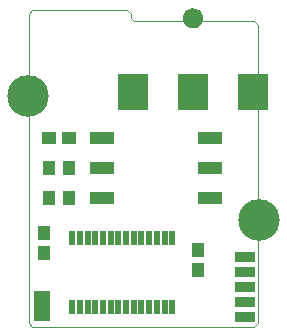
<source format=gts>
G75*
%MOIN*%
%OFA0B0*%
%FSLAX25Y25*%
%IPPOS*%
%LPD*%
%AMOC8*
5,1,8,0,0,1.08239X$1,22.5*
%
%ADD10C,0.00000*%
%ADD11R,0.05400X0.10400*%
%ADD12R,0.01975X0.05124*%
%ADD13R,0.04337X0.04731*%
%ADD14R,0.04731X0.04337*%
%ADD15R,0.06699X0.03550*%
%ADD16R,0.10400X0.12400*%
%ADD17C,0.06699*%
%ADD18R,0.07900X0.04400*%
%ADD19C,0.13849*%
D10*
X0008237Y0004725D02*
X0009487Y0003475D01*
X0083549Y0003475D01*
X0084799Y0004725D01*
X0084799Y0104100D01*
X0083549Y0105350D01*
X0043549Y0105350D01*
X0042299Y0106600D01*
X0042299Y0107850D01*
X0041049Y0109100D01*
X0009487Y0109100D01*
X0008237Y0107850D01*
X0008237Y0004725D01*
X0059774Y0106472D02*
X0059776Y0106584D01*
X0059782Y0106695D01*
X0059792Y0106807D01*
X0059806Y0106918D01*
X0059823Y0107028D01*
X0059845Y0107138D01*
X0059871Y0107247D01*
X0059900Y0107355D01*
X0059933Y0107461D01*
X0059970Y0107567D01*
X0060011Y0107671D01*
X0060056Y0107774D01*
X0060104Y0107875D01*
X0060155Y0107974D01*
X0060210Y0108071D01*
X0060269Y0108166D01*
X0060330Y0108260D01*
X0060395Y0108351D01*
X0060464Y0108439D01*
X0060535Y0108525D01*
X0060609Y0108609D01*
X0060687Y0108689D01*
X0060767Y0108767D01*
X0060850Y0108843D01*
X0060935Y0108915D01*
X0061023Y0108984D01*
X0061113Y0109050D01*
X0061206Y0109112D01*
X0061301Y0109172D01*
X0061398Y0109228D01*
X0061496Y0109280D01*
X0061597Y0109329D01*
X0061699Y0109374D01*
X0061803Y0109416D01*
X0061908Y0109454D01*
X0062015Y0109488D01*
X0062122Y0109518D01*
X0062231Y0109545D01*
X0062340Y0109567D01*
X0062451Y0109586D01*
X0062561Y0109601D01*
X0062673Y0109612D01*
X0062784Y0109619D01*
X0062896Y0109622D01*
X0063008Y0109621D01*
X0063120Y0109616D01*
X0063231Y0109607D01*
X0063342Y0109594D01*
X0063453Y0109577D01*
X0063563Y0109557D01*
X0063672Y0109532D01*
X0063780Y0109504D01*
X0063887Y0109471D01*
X0063993Y0109435D01*
X0064097Y0109395D01*
X0064200Y0109352D01*
X0064302Y0109305D01*
X0064401Y0109254D01*
X0064499Y0109200D01*
X0064595Y0109142D01*
X0064689Y0109081D01*
X0064780Y0109017D01*
X0064869Y0108950D01*
X0064956Y0108879D01*
X0065040Y0108805D01*
X0065122Y0108729D01*
X0065200Y0108649D01*
X0065276Y0108567D01*
X0065349Y0108482D01*
X0065419Y0108395D01*
X0065485Y0108305D01*
X0065549Y0108213D01*
X0065609Y0108119D01*
X0065666Y0108023D01*
X0065719Y0107924D01*
X0065769Y0107824D01*
X0065815Y0107723D01*
X0065858Y0107619D01*
X0065897Y0107514D01*
X0065932Y0107408D01*
X0065963Y0107301D01*
X0065991Y0107192D01*
X0066014Y0107083D01*
X0066034Y0106973D01*
X0066050Y0106862D01*
X0066062Y0106751D01*
X0066070Y0106640D01*
X0066074Y0106528D01*
X0066074Y0106416D01*
X0066070Y0106304D01*
X0066062Y0106193D01*
X0066050Y0106082D01*
X0066034Y0105971D01*
X0066014Y0105861D01*
X0065991Y0105752D01*
X0065963Y0105643D01*
X0065932Y0105536D01*
X0065897Y0105430D01*
X0065858Y0105325D01*
X0065815Y0105221D01*
X0065769Y0105120D01*
X0065719Y0105020D01*
X0065666Y0104921D01*
X0065609Y0104825D01*
X0065549Y0104731D01*
X0065485Y0104639D01*
X0065419Y0104549D01*
X0065349Y0104462D01*
X0065276Y0104377D01*
X0065200Y0104295D01*
X0065122Y0104215D01*
X0065040Y0104139D01*
X0064956Y0104065D01*
X0064869Y0103994D01*
X0064780Y0103927D01*
X0064689Y0103863D01*
X0064595Y0103802D01*
X0064499Y0103744D01*
X0064401Y0103690D01*
X0064302Y0103639D01*
X0064200Y0103592D01*
X0064097Y0103549D01*
X0063993Y0103509D01*
X0063887Y0103473D01*
X0063780Y0103440D01*
X0063672Y0103412D01*
X0063563Y0103387D01*
X0063453Y0103367D01*
X0063342Y0103350D01*
X0063231Y0103337D01*
X0063120Y0103328D01*
X0063008Y0103323D01*
X0062896Y0103322D01*
X0062784Y0103325D01*
X0062673Y0103332D01*
X0062561Y0103343D01*
X0062451Y0103358D01*
X0062340Y0103377D01*
X0062231Y0103399D01*
X0062122Y0103426D01*
X0062015Y0103456D01*
X0061908Y0103490D01*
X0061803Y0103528D01*
X0061699Y0103570D01*
X0061597Y0103615D01*
X0061496Y0103664D01*
X0061398Y0103716D01*
X0061301Y0103772D01*
X0061206Y0103832D01*
X0061113Y0103894D01*
X0061023Y0103960D01*
X0060935Y0104029D01*
X0060850Y0104101D01*
X0060767Y0104177D01*
X0060687Y0104255D01*
X0060609Y0104335D01*
X0060535Y0104419D01*
X0060464Y0104505D01*
X0060395Y0104593D01*
X0060330Y0104684D01*
X0060269Y0104778D01*
X0060210Y0104873D01*
X0060155Y0104970D01*
X0060104Y0105069D01*
X0060056Y0105170D01*
X0060011Y0105273D01*
X0059970Y0105377D01*
X0059933Y0105483D01*
X0059900Y0105589D01*
X0059871Y0105697D01*
X0059845Y0105806D01*
X0059823Y0105916D01*
X0059806Y0106026D01*
X0059792Y0106137D01*
X0059782Y0106249D01*
X0059776Y0106360D01*
X0059774Y0106472D01*
D11*
X0012612Y0010350D03*
D12*
X0022853Y0010183D03*
X0025412Y0010183D03*
X0027971Y0010183D03*
X0030530Y0010183D03*
X0033089Y0010183D03*
X0035648Y0010183D03*
X0038207Y0010183D03*
X0040766Y0010183D03*
X0043325Y0010183D03*
X0045885Y0010183D03*
X0048444Y0010183D03*
X0051003Y0010183D03*
X0053562Y0010183D03*
X0056121Y0010183D03*
X0056121Y0033017D03*
X0053562Y0033017D03*
X0051003Y0033017D03*
X0048444Y0033017D03*
X0045885Y0033017D03*
X0043325Y0033017D03*
X0040766Y0033017D03*
X0038207Y0033017D03*
X0035648Y0033017D03*
X0033089Y0033017D03*
X0030530Y0033017D03*
X0027971Y0033017D03*
X0025412Y0033017D03*
X0022853Y0033017D03*
D13*
X0013237Y0034946D03*
X0013237Y0028254D03*
X0014890Y0046600D03*
X0021583Y0046600D03*
X0021583Y0056600D03*
X0014890Y0056600D03*
X0064799Y0029009D03*
X0064799Y0022316D03*
D14*
X0021583Y0066600D03*
X0014890Y0066600D03*
D15*
X0080424Y0026912D03*
X0080424Y0021912D03*
X0080424Y0016913D03*
X0080424Y0011912D03*
X0080424Y0006912D03*
D16*
X0082924Y0081850D03*
X0062924Y0081850D03*
X0042924Y0081850D03*
D17*
X0062924Y0106472D03*
D18*
X0068737Y0066600D03*
X0068737Y0056600D03*
X0068737Y0046600D03*
X0032737Y0046600D03*
X0032737Y0056600D03*
X0032737Y0066600D03*
D19*
X0007924Y0080350D03*
X0085112Y0039100D03*
M02*

</source>
